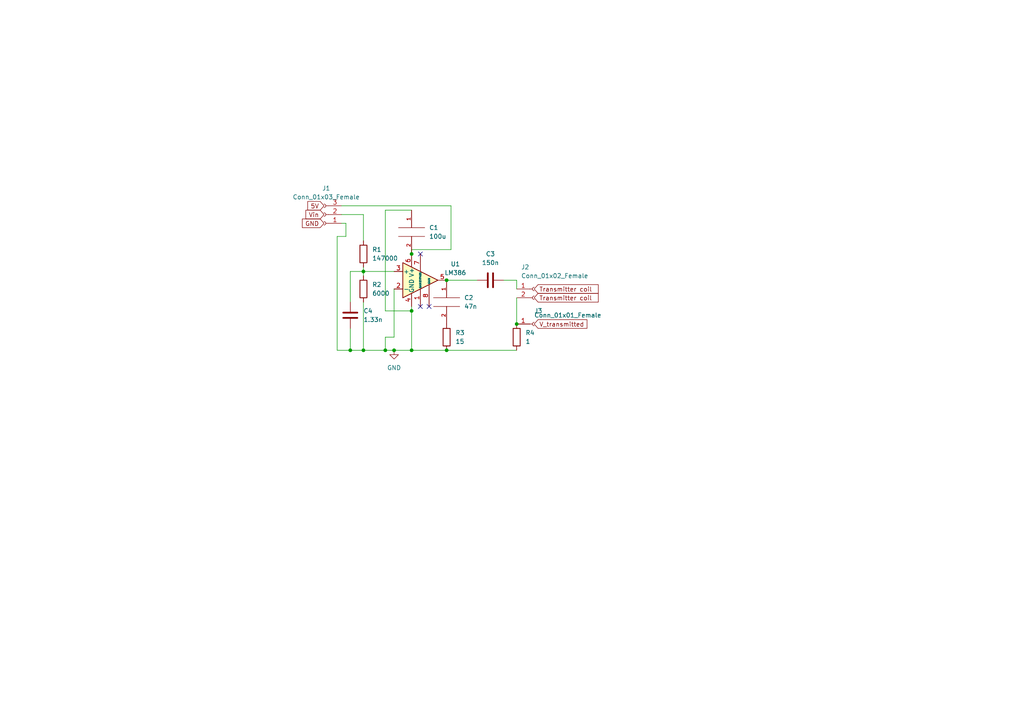
<source format=kicad_sch>
(kicad_sch (version 20211123) (generator eeschema)

  (uuid fb2e7663-3159-4fc7-a727-9c208816301f)

  (paper "A4")

  (lib_symbols
    (symbol "Amplifier_Audio:LM386" (pin_names (offset 0.127)) (in_bom yes) (on_board yes)
      (property "Reference" "U" (id 0) (at 1.27 7.62 0)
        (effects (font (size 1.27 1.27)) (justify left))
      )
      (property "Value" "LM386" (id 1) (at 1.27 5.08 0)
        (effects (font (size 1.27 1.27)) (justify left))
      )
      (property "Footprint" "" (id 2) (at 2.54 2.54 0)
        (effects (font (size 1.27 1.27)) hide)
      )
      (property "Datasheet" "http://www.ti.com/lit/ds/symlink/lm386.pdf" (id 3) (at 5.08 5.08 0)
        (effects (font (size 1.27 1.27)) hide)
      )
      (property "ki_keywords" "single Power opamp" (id 4) (at 0 0 0)
        (effects (font (size 1.27 1.27)) hide)
      )
      (property "ki_description" "Low Voltage Audio Power Amplifier, DIP-8/SOIC-8/SSOP-8" (id 5) (at 0 0 0)
        (effects (font (size 1.27 1.27)) hide)
      )
      (property "ki_fp_filters" "SOIC*3.9x4.9mm*P1.27mm* DIP*W7.62mm* MSSOP*P0.65mm* TSSOP*3x3mm*P0.5mm*" (id 6) (at 0 0 0)
        (effects (font (size 1.27 1.27)) hide)
      )
      (symbol "LM386_0_1"
        (polyline
          (pts
            (xy 5.08 0)
            (xy -5.08 5.08)
            (xy -5.08 -5.08)
            (xy 5.08 0)
          )
          (stroke (width 0.254) (type default) (color 0 0 0 0))
          (fill (type background))
        )
      )
      (symbol "LM386_1_1"
        (pin input line (at 0 -7.62 90) (length 5.08)
          (name "GAIN" (effects (font (size 0.508 0.508))))
          (number "1" (effects (font (size 1.27 1.27))))
        )
        (pin input line (at -7.62 -2.54 0) (length 2.54)
          (name "-" (effects (font (size 1.27 1.27))))
          (number "2" (effects (font (size 1.27 1.27))))
        )
        (pin input line (at -7.62 2.54 0) (length 2.54)
          (name "+" (effects (font (size 1.27 1.27))))
          (number "3" (effects (font (size 1.27 1.27))))
        )
        (pin power_in line (at -2.54 -7.62 90) (length 3.81)
          (name "GND" (effects (font (size 1.27 1.27))))
          (number "4" (effects (font (size 1.27 1.27))))
        )
        (pin output line (at 7.62 0 180) (length 2.54)
          (name "~" (effects (font (size 1.27 1.27))))
          (number "5" (effects (font (size 1.27 1.27))))
        )
        (pin power_in line (at -2.54 7.62 270) (length 3.81)
          (name "V+" (effects (font (size 1.27 1.27))))
          (number "6" (effects (font (size 1.27 1.27))))
        )
        (pin input line (at 0 7.62 270) (length 5.08)
          (name "BYPASS" (effects (font (size 0.508 0.508))))
          (number "7" (effects (font (size 1.27 1.27))))
        )
        (pin input line (at 2.54 -7.62 90) (length 6.35)
          (name "GAIN" (effects (font (size 0.508 0.508))))
          (number "8" (effects (font (size 1.27 1.27))))
        )
      )
    )
    (symbol "Connector:Conn_01x01_Female" (pin_names (offset 1.016) hide) (in_bom yes) (on_board yes)
      (property "Reference" "J" (id 0) (at 0 2.54 0)
        (effects (font (size 1.27 1.27)))
      )
      (property "Value" "Conn_01x01_Female" (id 1) (at 0 -2.54 0)
        (effects (font (size 1.27 1.27)))
      )
      (property "Footprint" "" (id 2) (at 0 0 0)
        (effects (font (size 1.27 1.27)) hide)
      )
      (property "Datasheet" "~" (id 3) (at 0 0 0)
        (effects (font (size 1.27 1.27)) hide)
      )
      (property "ki_keywords" "connector" (id 4) (at 0 0 0)
        (effects (font (size 1.27 1.27)) hide)
      )
      (property "ki_description" "Generic connector, single row, 01x01, script generated (kicad-library-utils/schlib/autogen/connector/)" (id 5) (at 0 0 0)
        (effects (font (size 1.27 1.27)) hide)
      )
      (property "ki_fp_filters" "Connector*:*" (id 6) (at 0 0 0)
        (effects (font (size 1.27 1.27)) hide)
      )
      (symbol "Conn_01x01_Female_1_1"
        (polyline
          (pts
            (xy -1.27 0)
            (xy -0.508 0)
          )
          (stroke (width 0.1524) (type default) (color 0 0 0 0))
          (fill (type none))
        )
        (arc (start 0 0.508) (mid -0.508 0) (end 0 -0.508)
          (stroke (width 0.1524) (type default) (color 0 0 0 0))
          (fill (type none))
        )
        (pin passive line (at -5.08 0 0) (length 3.81)
          (name "Pin_1" (effects (font (size 1.27 1.27))))
          (number "1" (effects (font (size 1.27 1.27))))
        )
      )
    )
    (symbol "Connector:Conn_01x02_Female" (pin_names (offset 1.016) hide) (in_bom yes) (on_board yes)
      (property "Reference" "J" (id 0) (at 0 2.54 0)
        (effects (font (size 1.27 1.27)))
      )
      (property "Value" "Conn_01x02_Female" (id 1) (at 0 -5.08 0)
        (effects (font (size 1.27 1.27)))
      )
      (property "Footprint" "" (id 2) (at 0 0 0)
        (effects (font (size 1.27 1.27)) hide)
      )
      (property "Datasheet" "~" (id 3) (at 0 0 0)
        (effects (font (size 1.27 1.27)) hide)
      )
      (property "ki_keywords" "connector" (id 4) (at 0 0 0)
        (effects (font (size 1.27 1.27)) hide)
      )
      (property "ki_description" "Generic connector, single row, 01x02, script generated (kicad-library-utils/schlib/autogen/connector/)" (id 5) (at 0 0 0)
        (effects (font (size 1.27 1.27)) hide)
      )
      (property "ki_fp_filters" "Connector*:*_1x??_*" (id 6) (at 0 0 0)
        (effects (font (size 1.27 1.27)) hide)
      )
      (symbol "Conn_01x02_Female_1_1"
        (arc (start 0 -2.032) (mid -0.508 -2.54) (end 0 -3.048)
          (stroke (width 0.1524) (type default) (color 0 0 0 0))
          (fill (type none))
        )
        (polyline
          (pts
            (xy -1.27 -2.54)
            (xy -0.508 -2.54)
          )
          (stroke (width 0.1524) (type default) (color 0 0 0 0))
          (fill (type none))
        )
        (polyline
          (pts
            (xy -1.27 0)
            (xy -0.508 0)
          )
          (stroke (width 0.1524) (type default) (color 0 0 0 0))
          (fill (type none))
        )
        (arc (start 0 0.508) (mid -0.508 0) (end 0 -0.508)
          (stroke (width 0.1524) (type default) (color 0 0 0 0))
          (fill (type none))
        )
        (pin passive line (at -5.08 0 0) (length 3.81)
          (name "Pin_1" (effects (font (size 1.27 1.27))))
          (number "1" (effects (font (size 1.27 1.27))))
        )
        (pin passive line (at -5.08 -2.54 0) (length 3.81)
          (name "Pin_2" (effects (font (size 1.27 1.27))))
          (number "2" (effects (font (size 1.27 1.27))))
        )
      )
    )
    (symbol "Connector:Conn_01x03_Female" (pin_names (offset 1.016) hide) (in_bom yes) (on_board yes)
      (property "Reference" "J" (id 0) (at 0 5.08 0)
        (effects (font (size 1.27 1.27)))
      )
      (property "Value" "Conn_01x03_Female" (id 1) (at 0 -5.08 0)
        (effects (font (size 1.27 1.27)))
      )
      (property "Footprint" "" (id 2) (at 0 0 0)
        (effects (font (size 1.27 1.27)) hide)
      )
      (property "Datasheet" "~" (id 3) (at 0 0 0)
        (effects (font (size 1.27 1.27)) hide)
      )
      (property "ki_keywords" "connector" (id 4) (at 0 0 0)
        (effects (font (size 1.27 1.27)) hide)
      )
      (property "ki_description" "Generic connector, single row, 01x03, script generated (kicad-library-utils/schlib/autogen/connector/)" (id 5) (at 0 0 0)
        (effects (font (size 1.27 1.27)) hide)
      )
      (property "ki_fp_filters" "Connector*:*_1x??_*" (id 6) (at 0 0 0)
        (effects (font (size 1.27 1.27)) hide)
      )
      (symbol "Conn_01x03_Female_1_1"
        (arc (start 0 -2.032) (mid -0.508 -2.54) (end 0 -3.048)
          (stroke (width 0.1524) (type default) (color 0 0 0 0))
          (fill (type none))
        )
        (polyline
          (pts
            (xy -1.27 -2.54)
            (xy -0.508 -2.54)
          )
          (stroke (width 0.1524) (type default) (color 0 0 0 0))
          (fill (type none))
        )
        (polyline
          (pts
            (xy -1.27 0)
            (xy -0.508 0)
          )
          (stroke (width 0.1524) (type default) (color 0 0 0 0))
          (fill (type none))
        )
        (polyline
          (pts
            (xy -1.27 2.54)
            (xy -0.508 2.54)
          )
          (stroke (width 0.1524) (type default) (color 0 0 0 0))
          (fill (type none))
        )
        (arc (start 0 0.508) (mid -0.508 0) (end 0 -0.508)
          (stroke (width 0.1524) (type default) (color 0 0 0 0))
          (fill (type none))
        )
        (arc (start 0 3.048) (mid -0.508 2.54) (end 0 2.032)
          (stroke (width 0.1524) (type default) (color 0 0 0 0))
          (fill (type none))
        )
        (pin passive line (at -5.08 2.54 0) (length 3.81)
          (name "Pin_1" (effects (font (size 1.27 1.27))))
          (number "1" (effects (font (size 1.27 1.27))))
        )
        (pin passive line (at -5.08 0 0) (length 3.81)
          (name "Pin_2" (effects (font (size 1.27 1.27))))
          (number "2" (effects (font (size 1.27 1.27))))
        )
        (pin passive line (at -5.08 -2.54 0) (length 3.81)
          (name "Pin_3" (effects (font (size 1.27 1.27))))
          (number "3" (effects (font (size 1.27 1.27))))
        )
      )
    )
    (symbol "Device:C" (pin_numbers hide) (pin_names (offset 0.254)) (in_bom yes) (on_board yes)
      (property "Reference" "C" (id 0) (at 0.635 2.54 0)
        (effects (font (size 1.27 1.27)) (justify left))
      )
      (property "Value" "C" (id 1) (at 0.635 -2.54 0)
        (effects (font (size 1.27 1.27)) (justify left))
      )
      (property "Footprint" "" (id 2) (at 0.9652 -3.81 0)
        (effects (font (size 1.27 1.27)) hide)
      )
      (property "Datasheet" "~" (id 3) (at 0 0 0)
        (effects (font (size 1.27 1.27)) hide)
      )
      (property "ki_keywords" "cap capacitor" (id 4) (at 0 0 0)
        (effects (font (size 1.27 1.27)) hide)
      )
      (property "ki_description" "Unpolarized capacitor" (id 5) (at 0 0 0)
        (effects (font (size 1.27 1.27)) hide)
      )
      (property "ki_fp_filters" "C_*" (id 6) (at 0 0 0)
        (effects (font (size 1.27 1.27)) hide)
      )
      (symbol "C_0_1"
        (polyline
          (pts
            (xy -2.032 -0.762)
            (xy 2.032 -0.762)
          )
          (stroke (width 0.508) (type default) (color 0 0 0 0))
          (fill (type none))
        )
        (polyline
          (pts
            (xy -2.032 0.762)
            (xy 2.032 0.762)
          )
          (stroke (width 0.508) (type default) (color 0 0 0 0))
          (fill (type none))
        )
      )
      (symbol "C_1_1"
        (pin passive line (at 0 3.81 270) (length 2.794)
          (name "~" (effects (font (size 1.27 1.27))))
          (number "1" (effects (font (size 1.27 1.27))))
        )
        (pin passive line (at 0 -3.81 90) (length 2.794)
          (name "~" (effects (font (size 1.27 1.27))))
          (number "2" (effects (font (size 1.27 1.27))))
        )
      )
    )
    (symbol "Device:R" (pin_numbers hide) (pin_names (offset 0)) (in_bom yes) (on_board yes)
      (property "Reference" "R" (id 0) (at 2.032 0 90)
        (effects (font (size 1.27 1.27)))
      )
      (property "Value" "R" (id 1) (at 0 0 90)
        (effects (font (size 1.27 1.27)))
      )
      (property "Footprint" "" (id 2) (at -1.778 0 90)
        (effects (font (size 1.27 1.27)) hide)
      )
      (property "Datasheet" "~" (id 3) (at 0 0 0)
        (effects (font (size 1.27 1.27)) hide)
      )
      (property "ki_keywords" "R res resistor" (id 4) (at 0 0 0)
        (effects (font (size 1.27 1.27)) hide)
      )
      (property "ki_description" "Resistor" (id 5) (at 0 0 0)
        (effects (font (size 1.27 1.27)) hide)
      )
      (property "ki_fp_filters" "R_*" (id 6) (at 0 0 0)
        (effects (font (size 1.27 1.27)) hide)
      )
      (symbol "R_0_1"
        (rectangle (start -1.016 -2.54) (end 1.016 2.54)
          (stroke (width 0.254) (type default) (color 0 0 0 0))
          (fill (type none))
        )
      )
      (symbol "R_1_1"
        (pin passive line (at 0 3.81 270) (length 1.27)
          (name "~" (effects (font (size 1.27 1.27))))
          (number "1" (effects (font (size 1.27 1.27))))
        )
        (pin passive line (at 0 -3.81 90) (length 1.27)
          (name "~" (effects (font (size 1.27 1.27))))
          (number "2" (effects (font (size 1.27 1.27))))
        )
      )
    )
    (symbol "power:GND" (power) (pin_names (offset 0)) (in_bom yes) (on_board yes)
      (property "Reference" "#PWR" (id 0) (at 0 -6.35 0)
        (effects (font (size 1.27 1.27)) hide)
      )
      (property "Value" "GND" (id 1) (at 0 -3.81 0)
        (effects (font (size 1.27 1.27)))
      )
      (property "Footprint" "" (id 2) (at 0 0 0)
        (effects (font (size 1.27 1.27)) hide)
      )
      (property "Datasheet" "" (id 3) (at 0 0 0)
        (effects (font (size 1.27 1.27)) hide)
      )
      (property "ki_keywords" "power-flag" (id 4) (at 0 0 0)
        (effects (font (size 1.27 1.27)) hide)
      )
      (property "ki_description" "Power symbol creates a global label with name \"GND\" , ground" (id 5) (at 0 0 0)
        (effects (font (size 1.27 1.27)) hide)
      )
      (symbol "GND_0_1"
        (polyline
          (pts
            (xy 0 0)
            (xy 0 -1.27)
            (xy 1.27 -1.27)
            (xy 0 -2.54)
            (xy -1.27 -1.27)
            (xy 0 -1.27)
          )
          (stroke (width 0) (type default) (color 0 0 0 0))
          (fill (type none))
        )
      )
      (symbol "GND_1_1"
        (pin power_in line (at 0 0 270) (length 0) hide
          (name "GND" (effects (font (size 1.27 1.27))))
          (number "1" (effects (font (size 1.27 1.27))))
        )
      )
    )
    (symbol "pspice:CAP" (pin_names (offset 0.254)) (in_bom yes) (on_board yes)
      (property "Reference" "C" (id 0) (at 2.54 3.81 90)
        (effects (font (size 1.27 1.27)))
      )
      (property "Value" "CAP" (id 1) (at 2.54 -3.81 90)
        (effects (font (size 1.27 1.27)))
      )
      (property "Footprint" "" (id 2) (at 0 0 0)
        (effects (font (size 1.27 1.27)) hide)
      )
      (property "Datasheet" "~" (id 3) (at 0 0 0)
        (effects (font (size 1.27 1.27)) hide)
      )
      (property "ki_keywords" "simulation" (id 4) (at 0 0 0)
        (effects (font (size 1.27 1.27)) hide)
      )
      (property "ki_description" "Capacitor symbol for simulation only" (id 5) (at 0 0 0)
        (effects (font (size 1.27 1.27)) hide)
      )
      (symbol "CAP_0_1"
        (polyline
          (pts
            (xy -3.81 -1.27)
            (xy 3.81 -1.27)
          )
          (stroke (width 0) (type default) (color 0 0 0 0))
          (fill (type none))
        )
        (polyline
          (pts
            (xy -3.81 1.27)
            (xy 3.81 1.27)
          )
          (stroke (width 0) (type default) (color 0 0 0 0))
          (fill (type none))
        )
      )
      (symbol "CAP_1_1"
        (pin passive line (at 0 6.35 270) (length 5.08)
          (name "~" (effects (font (size 1.016 1.016))))
          (number "1" (effects (font (size 1.016 1.016))))
        )
        (pin passive line (at 0 -6.35 90) (length 5.08)
          (name "~" (effects (font (size 1.016 1.016))))
          (number "2" (effects (font (size 1.016 1.016))))
        )
      )
    )
  )

  (junction (at 149.86 93.98) (diameter 0) (color 0 0 0 0)
    (uuid 30b149f2-6ef8-4c5c-8521-d89585e0c845)
  )
  (junction (at 119.38 73.66) (diameter 0) (color 0 0 0 0)
    (uuid 55c8e6c9-65a2-4ef5-a931-bd872d1ec8c5)
  )
  (junction (at 111.76 101.6) (diameter 0) (color 0 0 0 0)
    (uuid 70e98af9-13dd-4bbe-9ac9-927a67e62794)
  )
  (junction (at 105.41 78.74) (diameter 0) (color 0 0 0 0)
    (uuid 87c45d59-cd53-4976-9a60-6ae9710728ee)
  )
  (junction (at 105.41 101.6) (diameter 0) (color 0 0 0 0)
    (uuid 8cbfd922-259e-437d-ac16-ed7c083f80a2)
  )
  (junction (at 129.54 101.6) (diameter 0) (color 0 0 0 0)
    (uuid 9487524f-a7d8-4c6e-8535-82d2fa77f2d0)
  )
  (junction (at 129.54 81.28) (diameter 0) (color 0 0 0 0)
    (uuid 94f76b69-2820-4d34-becf-a87c5ef2d1a6)
  )
  (junction (at 114.3 101.6) (diameter 0) (color 0 0 0 0)
    (uuid a38e59d8-4421-4d4d-afe0-e081a0182dec)
  )
  (junction (at 119.38 90.17) (diameter 0) (color 0 0 0 0)
    (uuid d9cc017c-2154-48e5-a3a7-3e4ed212723f)
  )
  (junction (at 101.6 101.6) (diameter 0) (color 0 0 0 0)
    (uuid ea844d73-9d02-4a61-b74f-ce4a0f18f942)
  )
  (junction (at 119.38 101.6) (diameter 0) (color 0 0 0 0)
    (uuid f513fc27-2a45-46c1-905b-727e04c535c7)
  )

  (no_connect (at 121.92 73.66) (uuid 126eab56-5fcd-4b49-b202-5f02c56ef2c0))
  (no_connect (at 121.92 88.9) (uuid 126eab56-5fcd-4b49-b202-5f02c56ef2c1))
  (no_connect (at 124.46 88.9) (uuid 126eab56-5fcd-4b49-b202-5f02c56ef2c2))

  (wire (pts (xy 119.38 101.6) (xy 129.54 101.6))
    (stroke (width 0) (type default) (color 0 0 0 0))
    (uuid 0eac8a00-14a3-48de-8590-bc53f3e76aea)
  )
  (wire (pts (xy 105.41 101.6) (xy 111.76 101.6))
    (stroke (width 0) (type default) (color 0 0 0 0))
    (uuid 1e399069-487c-4b44-906e-b55eee6acaec)
  )
  (wire (pts (xy 111.76 90.17) (xy 119.38 90.17))
    (stroke (width 0) (type default) (color 0 0 0 0))
    (uuid 2497a85b-61f1-468e-9cba-48cabef70ef8)
  )
  (wire (pts (xy 105.41 78.74) (xy 101.6 78.74))
    (stroke (width 0) (type default) (color 0 0 0 0))
    (uuid 2678666c-f14a-4078-b907-86f88c467d5e)
  )
  (wire (pts (xy 146.05 81.28) (xy 149.86 81.28))
    (stroke (width 0) (type default) (color 0 0 0 0))
    (uuid 2fe87a11-3c82-46b9-9433-36d19823895c)
  )
  (wire (pts (xy 149.86 81.28) (xy 149.86 83.82))
    (stroke (width 0) (type default) (color 0 0 0 0))
    (uuid 3be85a8f-cc05-4121-aad6-4f39191dfe5d)
  )
  (wire (pts (xy 105.41 69.85) (xy 105.41 62.23))
    (stroke (width 0) (type default) (color 0 0 0 0))
    (uuid 40c05b21-e3ec-4c87-9f30-a5b672cadb23)
  )
  (wire (pts (xy 130.81 59.69) (xy 130.81 72.39))
    (stroke (width 0) (type default) (color 0 0 0 0))
    (uuid 40d036a7-349c-4647-96a9-c878d43dd7e8)
  )
  (wire (pts (xy 97.79 101.6) (xy 97.79 68.58))
    (stroke (width 0) (type default) (color 0 0 0 0))
    (uuid 4107bf34-46cb-4a16-bb2f-1aac240b1770)
  )
  (wire (pts (xy 111.76 101.6) (xy 114.3 101.6))
    (stroke (width 0) (type default) (color 0 0 0 0))
    (uuid 48153185-9035-4944-83d9-6b4c1956150c)
  )
  (wire (pts (xy 114.3 101.6) (xy 119.38 101.6))
    (stroke (width 0) (type default) (color 0 0 0 0))
    (uuid 4c448945-edfb-4d0a-9e07-1076a36fba24)
  )
  (wire (pts (xy 119.38 72.39) (xy 119.38 73.66))
    (stroke (width 0) (type default) (color 0 0 0 0))
    (uuid 4ee04e96-b913-4bad-93e0-302565abd2b4)
  )
  (wire (pts (xy 114.3 97.79) (xy 111.76 97.79))
    (stroke (width 0) (type default) (color 0 0 0 0))
    (uuid 59980434-819a-4e84-ad1e-5e6529f88521)
  )
  (wire (pts (xy 114.3 83.82) (xy 114.3 97.79))
    (stroke (width 0) (type default) (color 0 0 0 0))
    (uuid 59fbe554-bd86-4491-82b9-f9a3a30e44ab)
  )
  (wire (pts (xy 149.86 86.36) (xy 149.86 93.98))
    (stroke (width 0) (type default) (color 0 0 0 0))
    (uuid 5a8b6970-98ae-4ad9-a04a-b12796bf54ca)
  )
  (wire (pts (xy 105.41 78.74) (xy 105.41 80.01))
    (stroke (width 0) (type default) (color 0 0 0 0))
    (uuid 5d8187b5-caae-40b8-ac8f-8c442e998f5f)
  )
  (wire (pts (xy 101.6 95.25) (xy 101.6 101.6))
    (stroke (width 0) (type default) (color 0 0 0 0))
    (uuid 5eeeb876-dd88-4349-ac7a-e50fb80fbd10)
  )
  (wire (pts (xy 119.38 88.9) (xy 119.38 90.17))
    (stroke (width 0) (type default) (color 0 0 0 0))
    (uuid 62793016-ab52-4741-827e-63324f44e341)
  )
  (wire (pts (xy 105.41 77.47) (xy 105.41 78.74))
    (stroke (width 0) (type default) (color 0 0 0 0))
    (uuid 714abc84-232c-4560-a79a-0fca8f9eb603)
  )
  (wire (pts (xy 100.33 64.77) (xy 99.06 64.77))
    (stroke (width 0) (type default) (color 0 0 0 0))
    (uuid 73176f14-4bb9-43f7-ab75-be555e42a504)
  )
  (wire (pts (xy 129.54 101.6) (xy 149.86 101.6))
    (stroke (width 0) (type default) (color 0 0 0 0))
    (uuid 76273818-6d34-407a-a16f-f833d5681ee1)
  )
  (wire (pts (xy 111.76 60.96) (xy 111.76 90.17))
    (stroke (width 0) (type default) (color 0 0 0 0))
    (uuid 7eb6382b-4d89-4408-9785-9d7314dbff09)
  )
  (wire (pts (xy 119.38 60.96) (xy 111.76 60.96))
    (stroke (width 0) (type default) (color 0 0 0 0))
    (uuid 8911c72b-b4b4-4dac-9e6b-2084947beb80)
  )
  (wire (pts (xy 100.33 68.58) (xy 100.33 64.77))
    (stroke (width 0) (type default) (color 0 0 0 0))
    (uuid 9f1b745b-9d1e-4b93-b9b0-5bf392606f7b)
  )
  (wire (pts (xy 97.79 101.6) (xy 101.6 101.6))
    (stroke (width 0) (type default) (color 0 0 0 0))
    (uuid a2f68791-fab4-43f2-84e7-890d531dfafa)
  )
  (wire (pts (xy 111.76 97.79) (xy 111.76 101.6))
    (stroke (width 0) (type default) (color 0 0 0 0))
    (uuid a7587b11-2971-4682-b654-21255911d0b3)
  )
  (wire (pts (xy 129.54 81.28) (xy 138.43 81.28))
    (stroke (width 0) (type default) (color 0 0 0 0))
    (uuid b6c1e2f7-a7b8-4b5a-b196-abcc506589b0)
  )
  (wire (pts (xy 97.79 68.58) (xy 100.33 68.58))
    (stroke (width 0) (type default) (color 0 0 0 0))
    (uuid c04a3156-232d-431b-886f-d834e053b64f)
  )
  (wire (pts (xy 119.38 72.39) (xy 130.81 72.39))
    (stroke (width 0) (type default) (color 0 0 0 0))
    (uuid c9b2cf5f-39ac-4751-aa7c-1c78edefca70)
  )
  (wire (pts (xy 119.38 90.17) (xy 119.38 101.6))
    (stroke (width 0) (type default) (color 0 0 0 0))
    (uuid d492f729-7577-4cf1-b6d4-cfc2020f24a5)
  )
  (wire (pts (xy 101.6 78.74) (xy 101.6 87.63))
    (stroke (width 0) (type default) (color 0 0 0 0))
    (uuid d4de82b6-23f3-44a4-831c-042e0426ac00)
  )
  (wire (pts (xy 105.41 78.74) (xy 114.3 78.74))
    (stroke (width 0) (type default) (color 0 0 0 0))
    (uuid dccdd27a-9c1e-4a1b-a485-cf78309197fd)
  )
  (wire (pts (xy 105.41 62.23) (xy 99.06 62.23))
    (stroke (width 0) (type default) (color 0 0 0 0))
    (uuid dd35f156-b3dc-4510-82fc-3e518d10a2b8)
  )
  (wire (pts (xy 105.41 87.63) (xy 105.41 101.6))
    (stroke (width 0) (type default) (color 0 0 0 0))
    (uuid df34604f-80bb-493f-a03e-4b16fe87a822)
  )
  (wire (pts (xy 99.06 59.69) (xy 130.81 59.69))
    (stroke (width 0) (type default) (color 0 0 0 0))
    (uuid df7f4527-d184-41d0-9a95-e929b5610db6)
  )
  (wire (pts (xy 105.41 101.6) (xy 101.6 101.6))
    (stroke (width 0) (type default) (color 0 0 0 0))
    (uuid fc919314-8625-4714-94e4-749b14b0d087)
  )

  (global_label "5V" (shape input) (at 93.98 59.69 180) (fields_autoplaced)
    (effects (font (size 1.27 1.27)) (justify right))
    (uuid 0bb3849b-305c-4f8e-bd8d-71617a33a52c)
    (property "Intersheet References" "${INTERSHEET_REFS}" (id 0) (at 89.2688 59.6106 0)
      (effects (font (size 1.27 1.27)) (justify right) hide)
    )
  )
  (global_label "GND" (shape input) (at 93.98 64.77 180) (fields_autoplaced)
    (effects (font (size 1.27 1.27)) (justify right))
    (uuid 35bfeba1-48a0-458a-9913-405d2bb042d5)
    (property "Intersheet References" "${INTERSHEET_REFS}" (id 0) (at 87.6964 64.6906 0)
      (effects (font (size 1.27 1.27)) (justify right) hide)
    )
  )
  (global_label "Vin" (shape input) (at 93.98 62.23 180) (fields_autoplaced)
    (effects (font (size 1.27 1.27)) (justify right))
    (uuid 3ae7ec2d-0bd9-47f5-9ca6-c88518e968a6)
    (property "Intersheet References" "${INTERSHEET_REFS}" (id 0) (at 88.7245 62.1506 0)
      (effects (font (size 1.27 1.27)) (justify right) hide)
    )
  )
  (global_label "Transmitter coil " (shape input) (at 154.94 83.82 0) (fields_autoplaced)
    (effects (font (size 1.27 1.27)) (justify left))
    (uuid 3f2abc0d-9538-4326-ac17-40fe3b71a588)
    (property "Intersheet References" "${INTERSHEET_REFS}" (id 0) (at 173.5002 83.7406 0)
      (effects (font (size 1.27 1.27)) (justify left) hide)
    )
  )
  (global_label "V_transmitted" (shape input) (at 154.94 93.98 0) (fields_autoplaced)
    (effects (font (size 1.27 1.27)) (justify left))
    (uuid 40c69dfc-cbbc-4771-9a78-564f4bca3005)
    (property "Intersheet References" "${INTERSHEET_REFS}" (id 0) (at 170.2345 93.9006 0)
      (effects (font (size 1.27 1.27)) (justify left) hide)
    )
  )
  (global_label "Transmitter coil " (shape input) (at 154.94 86.36 0) (fields_autoplaced)
    (effects (font (size 1.27 1.27)) (justify left))
    (uuid 7b41b357-e9bd-42cf-becf-be52e3dc9d64)
    (property "Intersheet References" "${INTERSHEET_REFS}" (id 0) (at 173.5002 86.2806 0)
      (effects (font (size 1.27 1.27)) (justify left) hide)
    )
  )

  (symbol (lib_id "Connector:Conn_01x01_Female") (at 154.94 93.98 0) (unit 1)
    (in_bom yes) (on_board yes)
    (uuid 00fc4e09-8854-4b94-96d6-22527b0ba299)
    (property "Reference" "J3" (id 0) (at 154.94 90.17 0)
      (effects (font (size 1.27 1.27)) (justify left))
    )
    (property "Value" "Conn_01x01_Female" (id 1) (at 154.94 91.44 0)
      (effects (font (size 1.27 1.27)) (justify left))
    )
    (property "Footprint" "Connector_PinSocket_2.00mm:PinSocket_1x01_P2.00mm_Horizontal" (id 2) (at 154.94 93.98 0)
      (effects (font (size 1.27 1.27)) hide)
    )
    (property "Datasheet" "~" (id 3) (at 154.94 93.98 0)
      (effects (font (size 1.27 1.27)) hide)
    )
    (pin "1" (uuid 0f3ba943-9e64-4c31-88a2-12321b06eef6))
  )

  (symbol (lib_id "pspice:CAP") (at 119.38 67.31 0) (unit 1)
    (in_bom yes) (on_board yes) (fields_autoplaced)
    (uuid 251e9da9-9c52-4a75-8f02-54877fcfd0b6)
    (property "Reference" "C1" (id 0) (at 124.46 66.0399 0)
      (effects (font (size 1.27 1.27)) (justify left))
    )
    (property "Value" "100u" (id 1) (at 124.46 68.5799 0)
      (effects (font (size 1.27 1.27)) (justify left))
    )
    (property "Footprint" "Capacitor_THT:CP_Radial_D8.0mm_P5.00mm" (id 2) (at 119.38 67.31 0)
      (effects (font (size 1.27 1.27)) hide)
    )
    (property "Datasheet" "~" (id 3) (at 119.38 67.31 0)
      (effects (font (size 1.27 1.27)) hide)
    )
    (pin "1" (uuid 4a3b9c26-0f40-497e-92f3-5b59cde12109))
    (pin "2" (uuid cebfca72-9aca-4bb6-967e-19ffa44acd70))
  )

  (symbol (lib_id "pspice:CAP") (at 129.54 87.63 0) (unit 1)
    (in_bom yes) (on_board yes) (fields_autoplaced)
    (uuid 499bc1b5-b5b5-4e37-baa6-d42e4a7c537c)
    (property "Reference" "C2" (id 0) (at 134.62 86.3599 0)
      (effects (font (size 1.27 1.27)) (justify left))
    )
    (property "Value" "47n" (id 1) (at 134.62 88.8999 0)
      (effects (font (size 1.27 1.27)) (justify left))
    )
    (property "Footprint" "Capacitor_THT:C_Rect_L9.0mm_W4.2mm_P7.50mm_MKT" (id 2) (at 129.54 87.63 0)
      (effects (font (size 1.27 1.27)) hide)
    )
    (property "Datasheet" "~" (id 3) (at 129.54 87.63 0)
      (effects (font (size 1.27 1.27)) hide)
    )
    (pin "1" (uuid 74cae2f2-7248-4d38-8253-0e1b3d9f9a8a))
    (pin "2" (uuid 7dfb1d32-ebb2-476e-99c7-547fcd4a52ff))
  )

  (symbol (lib_id "Amplifier_Audio:LM386") (at 121.92 81.28 0) (unit 1)
    (in_bom yes) (on_board yes) (fields_autoplaced)
    (uuid 6b4d1b0d-20ac-4ef7-99ed-865a97e09a88)
    (property "Reference" "U1" (id 0) (at 132.08 76.581 0))
    (property "Value" "LM386" (id 1) (at 132.08 79.121 0))
    (property "Footprint" "Package_DIP:DIP-8_W7.62mm" (id 2) (at 124.46 78.74 0)
      (effects (font (size 1.27 1.27)) hide)
    )
    (property "Datasheet" "http://www.ti.com/lit/ds/symlink/lm386.pdf" (id 3) (at 127 76.2 0)
      (effects (font (size 1.27 1.27)) hide)
    )
    (pin "1" (uuid 85028d1f-01a9-4a93-bf57-02feedeafecd))
    (pin "2" (uuid 642253a7-7e7f-4f31-88e7-503355243bcd))
    (pin "3" (uuid c39121f4-53b0-4484-ba86-5b254b0bb9f0))
    (pin "4" (uuid 35705fe2-4b08-41ae-8840-90b77bbf5319))
    (pin "5" (uuid 06c31293-65ab-47f7-b93a-791f849e0bd2))
    (pin "6" (uuid ce307321-f94d-44b4-a2d7-35ba0c7126db))
    (pin "7" (uuid 1bdca6d4-7137-4ea3-a201-ee9730808497))
    (pin "8" (uuid c1d68b1a-446c-465e-8408-5ca4072d0c9d))
  )

  (symbol (lib_id "Device:R") (at 105.41 83.82 0) (unit 1)
    (in_bom yes) (on_board yes) (fields_autoplaced)
    (uuid 761f67e4-8d35-452a-9d0a-238cc081560e)
    (property "Reference" "R2" (id 0) (at 107.95 82.5499 0)
      (effects (font (size 1.27 1.27)) (justify left))
    )
    (property "Value" "6000" (id 1) (at 107.95 85.0899 0)
      (effects (font (size 1.27 1.27)) (justify left))
    )
    (property "Footprint" "Resistor_THT:R_Axial_DIN0204_L3.6mm_D1.6mm_P5.08mm_Horizontal" (id 2) (at 103.632 83.82 90)
      (effects (font (size 1.27 1.27)) hide)
    )
    (property "Datasheet" "~" (id 3) (at 105.41 83.82 0)
      (effects (font (size 1.27 1.27)) hide)
    )
    (pin "1" (uuid 9a1390a2-6e06-4841-a2fb-6eb0ca573019))
    (pin "2" (uuid 7e4328de-d34f-4af8-8247-810c32af6504))
  )

  (symbol (lib_id "Device:C") (at 142.24 81.28 90) (unit 1)
    (in_bom yes) (on_board yes) (fields_autoplaced)
    (uuid 8f37c2dd-1e86-4051-abd3-2233e8440453)
    (property "Reference" "C3" (id 0) (at 142.24 73.66 90))
    (property "Value" "150n" (id 1) (at 142.24 76.2 90))
    (property "Footprint" "Capacitor_THT:CP_Radial_D8.0mm_P3.80mm" (id 2) (at 146.05 80.3148 0)
      (effects (font (size 1.27 1.27)) hide)
    )
    (property "Datasheet" "~" (id 3) (at 142.24 81.28 0)
      (effects (font (size 1.27 1.27)) hide)
    )
    (pin "1" (uuid a3dc77ea-6674-4502-b67e-f2b948248272))
    (pin "2" (uuid f768e6d5-d789-45d0-8787-bf8c88d46eb4))
  )

  (symbol (lib_id "Connector:Conn_01x03_Female") (at 93.98 62.23 180) (unit 1)
    (in_bom yes) (on_board yes) (fields_autoplaced)
    (uuid 991824cf-c921-4eff-a35e-5db3e3ac9b88)
    (property "Reference" "J1" (id 0) (at 94.615 54.61 0))
    (property "Value" "Conn_01x03_Female" (id 1) (at 94.615 57.15 0))
    (property "Footprint" "Connector_PinSocket_2.54mm:PinSocket_1x03_P2.54mm_Vertical" (id 2) (at 93.98 62.23 0)
      (effects (font (size 1.27 1.27)) hide)
    )
    (property "Datasheet" "~" (id 3) (at 93.98 62.23 0)
      (effects (font (size 1.27 1.27)) hide)
    )
    (pin "1" (uuid bb1e2c97-34b2-4611-a0ab-73c1ceb701c7))
    (pin "2" (uuid 5ab2e380-60d9-4f0e-a03b-922cac23dec0))
    (pin "3" (uuid dd0c86ce-9166-4898-b447-8dfded34cd37))
  )

  (symbol (lib_id "Device:R") (at 105.41 73.66 0) (unit 1)
    (in_bom yes) (on_board yes) (fields_autoplaced)
    (uuid a4db4c18-c298-437c-ac41-331665d13267)
    (property "Reference" "R1" (id 0) (at 107.95 72.3899 0)
      (effects (font (size 1.27 1.27)) (justify left))
    )
    (property "Value" "147000" (id 1) (at 107.95 74.9299 0)
      (effects (font (size 1.27 1.27)) (justify left))
    )
    (property "Footprint" "Resistor_THT:R_Axial_DIN0204_L3.6mm_D1.6mm_P5.08mm_Horizontal" (id 2) (at 103.632 73.66 90)
      (effects (font (size 1.27 1.27)) hide)
    )
    (property "Datasheet" "~" (id 3) (at 105.41 73.66 0)
      (effects (font (size 1.27 1.27)) hide)
    )
    (pin "1" (uuid 1fd514c9-9745-45b6-9095-c173568c1cec))
    (pin "2" (uuid d70af7b7-0d78-412c-8c52-6840d126eba8))
  )

  (symbol (lib_id "Device:R") (at 129.54 97.79 0) (unit 1)
    (in_bom yes) (on_board yes) (fields_autoplaced)
    (uuid c36440a3-9aad-41e2-a0df-927afaec0970)
    (property "Reference" "R3" (id 0) (at 132.08 96.5199 0)
      (effects (font (size 1.27 1.27)) (justify left))
    )
    (property "Value" "15" (id 1) (at 132.08 99.0599 0)
      (effects (font (size 1.27 1.27)) (justify left))
    )
    (property "Footprint" "Resistor_THT:R_Axial_DIN0204_L3.6mm_D1.6mm_P5.08mm_Horizontal" (id 2) (at 127.762 97.79 90)
      (effects (font (size 1.27 1.27)) hide)
    )
    (property "Datasheet" "~" (id 3) (at 129.54 97.79 0)
      (effects (font (size 1.27 1.27)) hide)
    )
    (pin "1" (uuid 85a65e02-7767-4d2c-ba92-c412a9efcbb5))
    (pin "2" (uuid 6753e387-fe11-4227-9b44-d3c94c0ffdd4))
  )

  (symbol (lib_id "Device:R") (at 149.86 97.79 0) (unit 1)
    (in_bom yes) (on_board yes) (fields_autoplaced)
    (uuid c6f12c0f-2db8-4dd6-bd22-055cfe9da7c8)
    (property "Reference" "R4" (id 0) (at 152.4 96.5199 0)
      (effects (font (size 1.27 1.27)) (justify left))
    )
    (property "Value" "1" (id 1) (at 152.4 99.0599 0)
      (effects (font (size 1.27 1.27)) (justify left))
    )
    (property "Footprint" "Resistor_THT:R_Axial_DIN0204_L3.6mm_D1.6mm_P5.08mm_Horizontal" (id 2) (at 148.082 97.79 90)
      (effects (font (size 1.27 1.27)) hide)
    )
    (property "Datasheet" "~" (id 3) (at 149.86 97.79 0)
      (effects (font (size 1.27 1.27)) hide)
    )
    (pin "1" (uuid 48850346-f3a5-436b-a031-4a1989953ae4))
    (pin "2" (uuid 5d43cdb8-3590-4586-aee0-2ad3ca868a77))
  )

  (symbol (lib_id "Connector:Conn_01x02_Female") (at 154.94 83.82 0) (unit 1)
    (in_bom yes) (on_board yes)
    (uuid c876918b-b271-4ad4-bd05-77825bd97b34)
    (property "Reference" "J2" (id 0) (at 151.13 77.47 0)
      (effects (font (size 1.27 1.27)) (justify left))
    )
    (property "Value" "Conn_01x02_Female" (id 1) (at 151.13 80.01 0)
      (effects (font (size 1.27 1.27)) (justify left))
    )
    (property "Footprint" "Connector_PinSocket_2.00mm:PinSocket_1x02_P2.00mm_Vertical" (id 2) (at 154.94 83.82 0)
      (effects (font (size 1.27 1.27)) hide)
    )
    (property "Datasheet" "~" (id 3) (at 154.94 83.82 0)
      (effects (font (size 1.27 1.27)) hide)
    )
    (pin "1" (uuid 0dcd793c-846a-4c1a-a68f-6f13c81575c9))
    (pin "2" (uuid 13043232-74f0-4490-8beb-346965fcc00f))
  )

  (symbol (lib_id "power:GND") (at 114.3 101.6 0) (unit 1)
    (in_bom yes) (on_board yes) (fields_autoplaced)
    (uuid e20a8685-a333-46a8-bcbb-93a95d62ba0c)
    (property "Reference" "#PWR01" (id 0) (at 114.3 107.95 0)
      (effects (font (size 1.27 1.27)) hide)
    )
    (property "Value" "GND" (id 1) (at 114.3 106.68 0))
    (property "Footprint" "" (id 2) (at 114.3 101.6 0)
      (effects (font (size 1.27 1.27)) hide)
    )
    (property "Datasheet" "" (id 3) (at 114.3 101.6 0)
      (effects (font (size 1.27 1.27)) hide)
    )
    (pin "1" (uuid cd6dd7c1-86c6-4d1a-b6a7-3aa074f421a3))
  )

  (symbol (lib_id "Device:C") (at 101.6 91.44 180) (unit 1)
    (in_bom yes) (on_board yes) (fields_autoplaced)
    (uuid ee4843cd-dbd6-4fe3-98a3-d8c046ecdeee)
    (property "Reference" "C4" (id 0) (at 105.41 90.1699 0)
      (effects (font (size 1.27 1.27)) (justify right))
    )
    (property "Value" "1.33n" (id 1) (at 105.41 92.7099 0)
      (effects (font (size 1.27 1.27)) (justify right))
    )
    (property "Footprint" "Capacitor_THT:C_Rect_L7.2mm_W7.2mm_P5.00mm_FKS2_FKP2_MKS2_MKP2" (id 2) (at 100.6348 87.63 0)
      (effects (font (size 1.27 1.27)) hide)
    )
    (property "Datasheet" "~" (id 3) (at 101.6 91.44 0)
      (effects (font (size 1.27 1.27)) hide)
    )
    (pin "1" (uuid d2d4d696-4870-41c6-b7ca-cb2ca002575a))
    (pin "2" (uuid f8e4c6f8-2425-492e-a203-e34131680d32))
  )

  (sheet_instances
    (path "/" (page "1"))
  )

  (symbol_instances
    (path "/e20a8685-a333-46a8-bcbb-93a95d62ba0c"
      (reference "#PWR01") (unit 1) (value "GND") (footprint "")
    )
    (path "/251e9da9-9c52-4a75-8f02-54877fcfd0b6"
      (reference "C1") (unit 1) (value "100u") (footprint "Capacitor_THT:CP_Radial_D8.0mm_P5.00mm")
    )
    (path "/499bc1b5-b5b5-4e37-baa6-d42e4a7c537c"
      (reference "C2") (unit 1) (value "47n") (footprint "Capacitor_THT:C_Rect_L9.0mm_W4.2mm_P7.50mm_MKT")
    )
    (path "/8f37c2dd-1e86-4051-abd3-2233e8440453"
      (reference "C3") (unit 1) (value "150n") (footprint "Capacitor_THT:CP_Radial_D8.0mm_P3.80mm")
    )
    (path "/ee4843cd-dbd6-4fe3-98a3-d8c046ecdeee"
      (reference "C4") (unit 1) (value "1.33n") (footprint "Capacitor_THT:C_Rect_L7.2mm_W7.2mm_P5.00mm_FKS2_FKP2_MKS2_MKP2")
    )
    (path "/991824cf-c921-4eff-a35e-5db3e3ac9b88"
      (reference "J1") (unit 1) (value "Conn_01x03_Female") (footprint "Connector_PinSocket_2.54mm:PinSocket_1x03_P2.54mm_Vertical")
    )
    (path "/c876918b-b271-4ad4-bd05-77825bd97b34"
      (reference "J2") (unit 1) (value "Conn_01x02_Female") (footprint "Connector_PinSocket_2.00mm:PinSocket_1x02_P2.00mm_Vertical")
    )
    (path "/00fc4e09-8854-4b94-96d6-22527b0ba299"
      (reference "J3") (unit 1) (value "Conn_01x01_Female") (footprint "Connector_PinSocket_2.00mm:PinSocket_1x01_P2.00mm_Horizontal")
    )
    (path "/a4db4c18-c298-437c-ac41-331665d13267"
      (reference "R1") (unit 1) (value "147000") (footprint "Resistor_THT:R_Axial_DIN0204_L3.6mm_D1.6mm_P5.08mm_Horizontal")
    )
    (path "/761f67e4-8d35-452a-9d0a-238cc081560e"
      (reference "R2") (unit 1) (value "6000") (footprint "Resistor_THT:R_Axial_DIN0204_L3.6mm_D1.6mm_P5.08mm_Horizontal")
    )
    (path "/c36440a3-9aad-41e2-a0df-927afaec0970"
      (reference "R3") (unit 1) (value "15") (footprint "Resistor_THT:R_Axial_DIN0204_L3.6mm_D1.6mm_P5.08mm_Horizontal")
    )
    (path "/c6f12c0f-2db8-4dd6-bd22-055cfe9da7c8"
      (reference "R4") (unit 1) (value "1") (footprint "Resistor_THT:R_Axial_DIN0204_L3.6mm_D1.6mm_P5.08mm_Horizontal")
    )
    (path "/6b4d1b0d-20ac-4ef7-99ed-865a97e09a88"
      (reference "U1") (unit 1) (value "LM386") (footprint "Package_DIP:DIP-8_W7.62mm")
    )
  )
)

</source>
